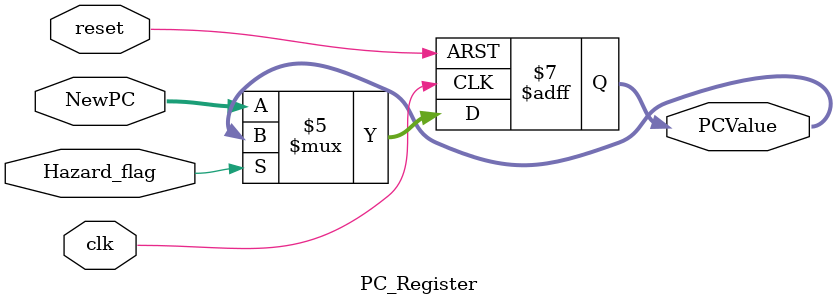
<source format=v>
/******************************************************************
* Description
*	This is a register of 32-bit that corresponds to the PC counter. 
*	This register does not have an enable signal.
* Version:
*	1.0
* Author:
*	Dr. José Luis Pizano Escalante
* email:
*	luispizano@iteso.mx
* Date:
*	01/03/2014
******************************************************************/
/*
module PC_Register
#(
	parameter N=32
)
(
	input clk,
	input reset,
	input  [N-1:0] NewPC,
	
	
	output reg [N-1:0] PCValue
);

always@(negedge reset or posedge clk) begin
	if(reset==0)
		PCValue <= 32'h0040_0000;
	else	
		PCValue<=NewPC;
end

endmodule*/

module PC_Register
#(
	parameter N=32
)
(
	input clk,
	input reset,
	input Hazard_flag,
	input  [N-1:0] NewPC,
	output reg [N-1:0] PCValue
);
always@(negedge reset or posedge clk) begin
	if(reset==0)
		PCValue <= 32'h0040_0000;
	else
		if(Hazard_flag==1)
			PCValue<=PCValue;
		else
			PCValue<=NewPC;
end

endmodule
</source>
